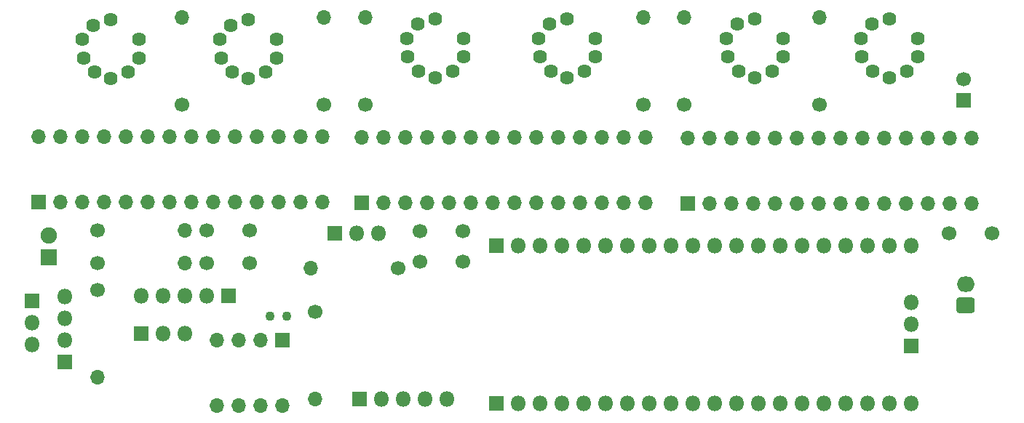
<source format=gbs>
%TF.GenerationSoftware,KiCad,Pcbnew,(5.1.6)-1*%
%TF.CreationDate,2022-10-31T22:29:44+09:00*%
%TF.ProjectId,watch,77617463-682e-46b6-9963-61645f706362,rev?*%
%TF.SameCoordinates,Original*%
%TF.FileFunction,Soldermask,Bot*%
%TF.FilePolarity,Negative*%
%FSLAX46Y46*%
G04 Gerber Fmt 4.6, Leading zero omitted, Abs format (unit mm)*
G04 Created by KiCad (PCBNEW (5.1.6)-1) date 2022-10-31 22:29:44*
%MOMM*%
%LPD*%
G01*
G04 APERTURE LIST*
%ADD10C,1.100000*%
%ADD11O,1.800000X1.800000*%
%ADD12R,1.800000X1.800000*%
%ADD13C,1.624000*%
%ADD14O,1.700000X1.700000*%
%ADD15R,1.700000X1.700000*%
%ADD16C,1.700000*%
%ADD17O,2.100000X1.800000*%
%ADD18C,1.900000*%
%ADD19R,1.900000X1.900000*%
G04 APERTURE END LIST*
D10*
%TO.C,Y1*%
X51816000Y-56896000D03*
X49916000Y-56896000D03*
%TD*%
D11*
%TO.C,J4*%
X70485000Y-66548000D03*
X67945000Y-66548000D03*
X65405000Y-66548000D03*
X62865000Y-66548000D03*
D12*
X60325000Y-66548000D03*
%TD*%
D11*
%TO.C,JP2*%
X40005000Y-58928000D03*
X37465000Y-58928000D03*
D12*
X34925000Y-58928000D03*
%TD*%
D11*
%TO.C,J3*%
X26035000Y-54610000D03*
X26035000Y-57150000D03*
X26035000Y-59690000D03*
D12*
X26035000Y-62230000D03*
%TD*%
D13*
%TO.C,U9*%
X87757000Y-24511000D03*
X87757000Y-26670000D03*
X86487000Y-28321000D03*
X84455000Y-29083000D03*
X82550000Y-28321000D03*
X81280000Y-26670000D03*
X81153000Y-24511000D03*
X82423000Y-22860000D03*
X84455000Y-22225000D03*
%TD*%
D14*
%TO.C,U6*%
X60590000Y-36072000D03*
X93610000Y-43692000D03*
X63130000Y-36072000D03*
X91070000Y-43692000D03*
X65670000Y-36072000D03*
X88530000Y-43692000D03*
X68210000Y-36072000D03*
X85990000Y-43692000D03*
X70750000Y-36072000D03*
X83450000Y-43692000D03*
X73290000Y-36072000D03*
X80910000Y-43692000D03*
X75830000Y-36072000D03*
X78370000Y-43692000D03*
X78370000Y-36072000D03*
X75830000Y-43692000D03*
X80910000Y-36072000D03*
X73290000Y-43692000D03*
X83450000Y-36072000D03*
X70750000Y-43692000D03*
X85990000Y-36072000D03*
X68210000Y-43692000D03*
X88530000Y-36072000D03*
X65670000Y-43692000D03*
X91070000Y-36072000D03*
X63130000Y-43692000D03*
X93610000Y-36072000D03*
D15*
X60590000Y-43692000D03*
%TD*%
D13*
%TO.C,U5*%
X50673000Y-24638000D03*
X50673000Y-26797000D03*
X49403000Y-28448000D03*
X47371000Y-29210000D03*
X45466000Y-28448000D03*
X44196000Y-26797000D03*
X44069000Y-24638000D03*
X45339000Y-22987000D03*
X47371000Y-22352000D03*
%TD*%
%TO.C,U11*%
X125222000Y-24511000D03*
X125222000Y-26670000D03*
X123952000Y-28321000D03*
X121920000Y-29083000D03*
X120015000Y-28321000D03*
X118745000Y-26670000D03*
X118618000Y-24511000D03*
X119888000Y-22860000D03*
X121920000Y-22225000D03*
%TD*%
%TO.C,U10*%
X109600000Y-24511000D03*
X109600000Y-26670000D03*
X108330000Y-28321000D03*
X106298000Y-29083000D03*
X104393000Y-28321000D03*
X103123000Y-26670000D03*
X102996000Y-24511000D03*
X104266000Y-22860000D03*
X106298000Y-22225000D03*
%TD*%
%TO.C,U8*%
X72412000Y-24509000D03*
X72412000Y-26668000D03*
X71142000Y-28319000D03*
X69110000Y-29081000D03*
X67205000Y-28319000D03*
X65935000Y-26668000D03*
X65808000Y-24509000D03*
X67078000Y-22858000D03*
X69110000Y-22223000D03*
%TD*%
D14*
%TO.C,U7*%
X98516000Y-36106000D03*
X131536000Y-43726000D03*
X101056000Y-36106000D03*
X128996000Y-43726000D03*
X103596000Y-36106000D03*
X126456000Y-43726000D03*
X106136000Y-36106000D03*
X123916000Y-43726000D03*
X108676000Y-36106000D03*
X121376000Y-43726000D03*
X111216000Y-36106000D03*
X118836000Y-43726000D03*
X113756000Y-36106000D03*
X116296000Y-43726000D03*
X116296000Y-36106000D03*
X113756000Y-43726000D03*
X118836000Y-36106000D03*
X111216000Y-43726000D03*
X121376000Y-36106000D03*
X108676000Y-43726000D03*
X123916000Y-36106000D03*
X106136000Y-43726000D03*
X126456000Y-36106000D03*
X103596000Y-43726000D03*
X128996000Y-36106000D03*
X101056000Y-43726000D03*
X131536000Y-36106000D03*
D15*
X98516000Y-43726000D03*
%TD*%
D13*
%TO.C,U4*%
X34671000Y-24638000D03*
X34671000Y-26797000D03*
X33401000Y-28448000D03*
X31369000Y-29210000D03*
X29464000Y-28448000D03*
X28194000Y-26797000D03*
X28067000Y-24638000D03*
X29337000Y-22987000D03*
X31369000Y-22352000D03*
%TD*%
D14*
%TO.C,U3*%
X51308000Y-67310000D03*
X43688000Y-59690000D03*
X48768000Y-67310000D03*
X46228000Y-59690000D03*
X46228000Y-67310000D03*
X48768000Y-59690000D03*
X43688000Y-67310000D03*
D15*
X51308000Y-59690000D03*
%TD*%
D14*
%TO.C,U2*%
X22946000Y-36012000D03*
X55966000Y-43632000D03*
X25486000Y-36012000D03*
X53426000Y-43632000D03*
X28026000Y-36012000D03*
X50886000Y-43632000D03*
X30566000Y-36012000D03*
X48346000Y-43632000D03*
X33106000Y-36012000D03*
X45806000Y-43632000D03*
X35646000Y-36012000D03*
X43266000Y-43632000D03*
X38186000Y-36012000D03*
X40726000Y-43632000D03*
X40726000Y-36012000D03*
X38186000Y-43632000D03*
X43266000Y-36012000D03*
X35646000Y-43632000D03*
X45806000Y-36012000D03*
X33106000Y-43632000D03*
X48346000Y-36012000D03*
X30566000Y-43632000D03*
X50886000Y-36012000D03*
X28026000Y-43632000D03*
X53426000Y-36012000D03*
X25486000Y-43632000D03*
X55966000Y-36012000D03*
D15*
X22946000Y-43632000D03*
%TD*%
D11*
%TO.C,U1*%
X124460000Y-55245000D03*
X124460000Y-57785000D03*
D12*
X124460000Y-60325000D03*
D11*
X78740000Y-67056000D03*
X104140000Y-67056000D03*
X101600000Y-67056000D03*
X91440000Y-67056000D03*
X88900000Y-67056000D03*
X109220000Y-67056000D03*
X99060000Y-67056000D03*
X86360000Y-67056000D03*
X96520000Y-67056000D03*
X116840000Y-67056000D03*
X106680000Y-67056000D03*
X93980000Y-67056000D03*
X121920000Y-67056000D03*
X111760000Y-67056000D03*
X83820000Y-67056000D03*
X119380000Y-67056000D03*
X124460000Y-67056000D03*
X114300000Y-67056000D03*
X81280000Y-67056000D03*
D12*
X76200000Y-67056000D03*
D11*
X78740000Y-48641000D03*
X104140000Y-48641000D03*
X101600000Y-48641000D03*
X91440000Y-48641000D03*
X88900000Y-48641000D03*
X109220000Y-48641000D03*
X99060000Y-48641000D03*
X86360000Y-48641000D03*
X96520000Y-48641000D03*
X116840000Y-48641000D03*
X106680000Y-48641000D03*
X93980000Y-48641000D03*
X121920000Y-48641000D03*
X111760000Y-48641000D03*
X83820000Y-48641000D03*
X119380000Y-48641000D03*
X124460000Y-48641000D03*
X114300000Y-48641000D03*
X81280000Y-48641000D03*
D12*
X76200000Y-48641000D03*
%TD*%
D14*
%TO.C,R12*%
X113792000Y-22098000D03*
D16*
X113792000Y-32258000D03*
%TD*%
D14*
%TO.C,R11*%
X98044000Y-22098000D03*
D16*
X98044000Y-32258000D03*
%TD*%
D14*
%TO.C,R10*%
X93345000Y-22098000D03*
D16*
X93345000Y-32258000D03*
%TD*%
D14*
%TO.C,R9*%
X60960000Y-22098000D03*
D16*
X60960000Y-32258000D03*
%TD*%
D14*
%TO.C,R8*%
X56134000Y-22098000D03*
D16*
X56134000Y-32258000D03*
%TD*%
D14*
%TO.C,R7*%
X39624000Y-22098000D03*
D16*
X39624000Y-32258000D03*
%TD*%
D14*
%TO.C,R6*%
X54610000Y-51308000D03*
D16*
X64770000Y-51308000D03*
%TD*%
D14*
%TO.C,R5*%
X40005000Y-46863000D03*
D16*
X29845000Y-46863000D03*
%TD*%
D14*
%TO.C,R4*%
X55118000Y-66548000D03*
D16*
X55118000Y-56388000D03*
%TD*%
D14*
%TO.C,R3*%
X40005000Y-50673000D03*
D16*
X29845000Y-50673000D03*
%TD*%
D14*
%TO.C,R2*%
X29845000Y-64008000D03*
D16*
X29845000Y-53848000D03*
%TD*%
D11*
%TO.C,JP3*%
X22225000Y-60198000D03*
X22225000Y-57658000D03*
D12*
X22225000Y-55118000D03*
%TD*%
%TO.C,JP1*%
X57404000Y-47244000D03*
D11*
X59944000Y-47244000D03*
X62484000Y-47244000D03*
%TD*%
%TO.C,J2*%
X34925000Y-54483000D03*
X37465000Y-54483000D03*
X40005000Y-54483000D03*
X42545000Y-54483000D03*
D12*
X45085000Y-54483000D03*
%TD*%
D17*
%TO.C,J1*%
X130810000Y-53126000D03*
G36*
G01*
X131595294Y-56526000D02*
X130024706Y-56526000D01*
G75*
G02*
X129760000Y-56261294I0J264706D01*
G01*
X129760000Y-54990706D01*
G75*
G02*
X130024706Y-54726000I264706J0D01*
G01*
X131595294Y-54726000D01*
G75*
G02*
X131860000Y-54990706I0J-264706D01*
G01*
X131860000Y-56261294D01*
G75*
G02*
X131595294Y-56526000I-264706J0D01*
G01*
G37*
%TD*%
D18*
%TO.C,D1*%
X24130000Y-47498000D03*
D19*
X24130000Y-50038000D03*
%TD*%
D16*
%TO.C,C6*%
X133905000Y-47244000D03*
X128905000Y-47244000D03*
%TD*%
%TO.C,C5*%
X72310000Y-46990000D03*
X67310000Y-46990000D03*
%TD*%
%TO.C,C4*%
X72310000Y-50546000D03*
X67310000Y-50546000D03*
%TD*%
%TO.C,C3*%
X47545000Y-46863000D03*
X42545000Y-46863000D03*
%TD*%
%TO.C,C2*%
X47545000Y-50673000D03*
X42545000Y-50673000D03*
%TD*%
%TO.C,C1*%
X130556000Y-29250000D03*
D15*
X130556000Y-31750000D03*
%TD*%
M02*

</source>
